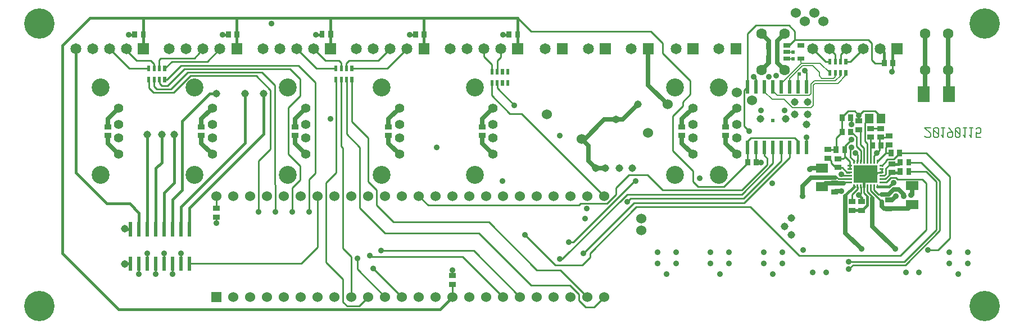
<source format=gbr>
G04 start of page 5 for group 3 idx 3 *
G04 Title: uart, bottom *
G04 Creator: pcb 20140316 *
G04 CreationDate: Wed 16 Jan 2019 07:50:34 AM GMT UTC *
G04 For: brian *
G04 Format: Gerber/RS-274X *
G04 PCB-Dimensions (mil): 9000.00 5000.00 *
G04 PCB-Coordinate-Origin: lower left *
%MOIN*%
%FSLAX25Y25*%
%LNBOTTOM*%
%ADD135C,0.0380*%
%ADD134C,0.0906*%
%ADD133C,0.0354*%
%ADD132C,0.0118*%
%ADD131C,0.1285*%
%ADD130C,0.0433*%
%ADD129C,0.0400*%
%ADD128C,0.0118*%
%ADD127C,0.0350*%
%ADD126C,0.0200*%
%ADD125C,0.0240*%
%ADD124C,0.0450*%
%ADD123C,0.0360*%
%ADD122R,0.0240X0.0240*%
%ADD121R,0.0512X0.0512*%
%ADD120R,0.1004X0.1004*%
%ADD119R,0.0700X0.0700*%
%ADD118R,0.0095X0.0095*%
%ADD117R,0.0528X0.0528*%
%ADD116R,0.0177X0.0177*%
%ADD115R,0.0295X0.0295*%
%ADD114R,0.0200X0.0200*%
%ADD113C,0.0600*%
%ADD112C,0.1063*%
%ADD111C,0.0551*%
%ADD110C,0.0256*%
%ADD109C,0.1800*%
%ADD108C,0.0630*%
%ADD107C,0.0650*%
%ADD106C,0.0001*%
%ADD105C,0.0057*%
%ADD104C,0.0060*%
%ADD103C,0.0150*%
%ADD102C,0.0100*%
%ADD101C,0.0250*%
G54D101*X466500Y307500D02*Y298500D01*
X471000Y294000D02*X466500Y298500D01*
X471000Y294000D02*X476500D01*
X466500Y307500D02*X462500Y311500D01*
X463500Y310500D02*X476000Y323000D01*
X487000D01*
X496000Y332000D01*
X554500Y329780D02*X548000Y323280D01*
Y318559D01*
Y313441D02*Y308720D01*
X554500Y302220D01*
X528500Y329780D02*X522000Y323280D01*
Y318559D01*
Y313441D02*Y308720D01*
G54D102*X516500Y325000D02*X522500Y331000D01*
G54D101*X522000Y308720D02*X528500Y302220D01*
G54D102*X516500Y304500D02*Y325000D01*
G54D101*X410000Y329780D02*X403500Y323280D01*
Y318559D01*
Y313441D02*Y308720D01*
X410000Y302220D01*
X354500Y329780D02*X348000Y323280D01*
Y318559D01*
Y313441D02*Y308720D01*
X354500Y302220D01*
G54D102*X427000Y326500D02*X420000D01*
X326224Y321776D02*X336000Y312000D01*
X323075Y314425D02*X331000Y306500D01*
X319925Y307075D02*X321000Y306000D01*
G54D101*X299000Y329780D02*X292500Y323280D01*
X243500Y329780D02*X237000Y323280D01*
Y318559D01*
Y313441D02*Y308720D01*
X243500Y302220D01*
G54D102*X288500Y330000D02*Y302500D01*
G54D101*X292500Y323280D02*Y318559D01*
Y313441D02*Y308720D01*
X299000Y302220D01*
X188000Y329780D02*X181500Y323280D01*
Y318559D01*
Y313441D02*Y308720D01*
X188000Y302220D01*
G54D103*X210000Y294000D02*X213500Y297500D01*
Y314000D01*
G54D102*X278000Y305500D02*X271000Y298500D01*
X288500Y302500D02*X295500Y295500D01*
G54D101*X658500Y283630D02*Y278500D01*
X658000Y278000D01*
X653500Y277500D02*Y278500D01*
X642000Y270000D02*X656130D01*
X658500Y272370D01*
X649000Y277500D02*X646500Y275000D01*
X653500Y278500D02*X650500Y281500D01*
X647500D01*
X644500Y278500D01*
G54D103*X637890Y283020D02*X645020D01*
X647500Y285500D01*
G54D102*X640448Y285579D02*X643079D01*
X646000Y288500D01*
X640448Y287547D02*X642547D01*
X646500Y291500D01*
X646000Y288500D02*X649000D01*
X650000Y287500D01*
G54D103*X646500Y291441D02*X650882D01*
X651441Y292000D01*
G54D102*X640448Y293453D02*Y291484D01*
X637693D01*
X636709Y290500D01*
X640448Y289516D02*X642016D01*
X643000Y290500D01*
Y294000D01*
X650000Y287500D02*X664500D01*
X673000Y286000D02*X667000Y292000D01*
X656500D01*
X664500Y287500D02*X667000Y285000D01*
X675000Y286500D02*X664000Y297500D01*
X667000Y303000D02*X681000Y289000D01*
X664000Y297500D02*X656559D01*
X675000Y286500D02*Y257000D01*
X673000Y286000D02*Y257500D01*
X681000Y252500D02*Y289000D01*
X667000Y285000D02*Y257500D01*
X675000Y257000D02*X654500Y236500D01*
X668000Y245500D02*X674000D01*
X681000Y252500D01*
X654000Y238500D02*X673000Y257500D01*
X667000D02*X651500Y242000D01*
X635921Y297980D02*Y301421D01*
X633953Y297980D02*Y307488D01*
X633941Y307500D01*
X631984Y297980D02*Y308516D01*
X633941Y307500D02*Y312000D01*
X631984Y308516D02*X630500Y310000D01*
X633941Y312000D02*X633500Y312441D01*
Y317559D02*X639500D01*
X635921Y301421D02*X639059Y304559D01*
Y312000D01*
X639500Y312441D01*
X637890Y297980D02*X637980D01*
X643000Y294000D02*X645500Y296500D01*
X640448Y295421D02*X643000Y297972D01*
Y298500D01*
X644000Y299500D01*
X645500Y296500D02*X646500D01*
G54D103*X650441D01*
X651441Y297500D01*
G54D102*X644000Y299500D02*X647559D01*
X651059Y303000D01*
X667000D01*
X637980Y297980D02*X643000Y303000D01*
X645941D01*
X643000D02*Y306441D01*
X644500Y307941D01*
X639500Y312441D02*X643882D01*
X644500Y313059D01*
X630016Y279484D02*X632000Y277500D01*
G54D103*Y272000D02*Y277000D01*
X628500Y274059D02*Y276500D01*
X627000Y278000D01*
G54D102*X628047Y279047D02*X627000Y278000D01*
G54D103*X628941Y268941D02*X632000Y272000D01*
G54D102*X631984Y280016D02*X635000Y277000D01*
X632000Y277500D02*Y277000D01*
X635921Y281079D02*X638500Y278500D01*
X640500D01*
G54D101*X644500D02*X640500D01*
G54D102*X633953Y280547D02*X640500Y274000D01*
X635000Y277000D02*Y276000D01*
G54D101*Y259500D01*
X640500Y274000D02*Y271500D01*
X642000Y270000D01*
X646500Y275000D02*X644500D01*
G54D103*X623000Y268941D02*X628941D01*
G54D101*X619000Y277500D02*Y255500D01*
X628500Y246000D01*
G54D103*X619000Y277910D02*Y277500D01*
G54D102*X621000Y234000D02*X623500Y236500D01*
G54D101*X635000Y259500D02*X648500Y246000D01*
G54D102*X623500Y236500D02*X654500D01*
X621000Y238500D02*X654000D01*
X651500Y242000D02*X591500D01*
X562500Y271000D01*
G54D101*X593500Y283500D02*Y277500D01*
Y283500D02*X598500Y288500D01*
X613000D01*
G54D102*X614000D02*X613000D01*
G54D101*X605000Y282870D02*X607130Y285000D01*
X618000D01*
X616500Y280500D02*X613059D01*
X612500Y279941D01*
G54D102*X635921Y283020D02*Y281079D01*
X633953Y283020D02*Y280547D01*
X631984Y283020D02*Y280016D01*
X626079Y283020D02*Y281579D01*
X623000Y278500D01*
Y274059D01*
G54D103*X624110Y283020D02*X619000Y277910D01*
G54D102*X630016Y283020D02*Y279484D01*
X628047Y283020D02*Y279047D01*
G54D103*X630016Y283016D02*Y285776D01*
X631000Y286760D01*
G54D102*X621552Y289516D02*X617484D01*
X616500Y290500D01*
X621552Y287547D02*X614953D01*
X621552Y285579D02*X618579D01*
X618000Y285000D01*
X620016Y291484D02*X621552D01*
X614953Y287547D02*X614000Y288500D01*
X617059Y294441D02*X620016Y291484D01*
X613059Y294441D02*X617059D01*
G54D101*X605000Y294130D02*X598630D01*
X598000Y293500D01*
G54D102*X596000Y306500D02*Y312500D01*
X609000Y299941D02*X610500Y298441D01*
Y297000D01*
X613059Y294441D01*
X608500Y305059D02*X613382D01*
X613441Y305000D01*
X614500Y299559D02*X617559D01*
X613441Y312000D02*X616941Y315500D01*
X621552Y293453D02*Y297948D01*
X622000Y300500D02*Y306000D01*
X622500Y306500D01*
X622059Y324000D02*X622500Y323559D01*
Y320000D01*
X621552Y297948D02*X618559Y300941D01*
X617559Y299559D02*X618750Y300750D01*
X624110Y297980D02*Y298390D01*
X622000Y300500D01*
X626079Y301921D02*X625000Y303000D01*
X618559Y300941D02*Y307059D01*
X628047Y304453D02*X625500Y307000D01*
X618559Y307059D02*X622500Y311000D01*
X625500Y307000D02*Y312559D01*
X622559Y315500D01*
X628000Y308000D02*Y315941D01*
X627000Y316941D01*
X626079Y297980D02*Y301921D01*
X628047Y297980D02*Y304453D01*
X630016Y297980D02*Y305984D01*
X616941Y315500D02*Y324441D01*
X620500Y328000D01*
X624500D01*
X627000Y325500D01*
X630016Y305984D02*X628000Y308000D01*
X630500Y310000D02*Y321043D01*
X632957Y323500D01*
X627000Y322059D02*Y325500D01*
X640043Y323500D02*Y324457D01*
X636500Y328000D01*
X629500D01*
X627000Y325500D01*
X613441Y305059D02*Y312000D01*
X591000Y306500D02*Y310000D01*
X589000Y312000D01*
X563000D01*
X561000Y310000D01*
Y305500D01*
Y306500D02*Y297559D01*
X566000Y306500D02*Y297559D01*
X566059Y297500D01*
X559000Y340500D02*Y319000D01*
X562000Y316000D01*
X561000Y297500D02*Y297000D01*
X571000Y306500D02*Y301500D01*
X572500Y300000D01*
Y296000D01*
X576000Y306500D02*Y297000D01*
X581000Y306500D02*Y298500D01*
X586000Y306500D02*Y300500D01*
G54D101*X679890Y374000D02*Y338610D01*
X680500Y338000D01*
X666110Y374000D02*Y338610D01*
X665500Y338000D01*
G54D103*X649500Y365000D02*X647000Y362500D01*
Y356500D01*
X641941D02*Y362559D01*
G54D102*X636500Y356500D02*X641941D01*
G54D103*Y362559D02*X639500Y365000D01*
G54D102*X647000Y356500D02*Y352000D01*
X646500Y351500D01*
X629500Y365000D02*X621846Y357346D01*
X619224D01*
X619500Y365000D02*X616075Y361575D01*
Y357346D01*
X609500Y365000D02*X612925Y361575D01*
X589000Y370500D02*X632500D01*
X634500Y368500D01*
Y358500D01*
X612925Y361575D02*Y357346D01*
X599500Y365000D02*X607154Y357346D01*
X609776D01*
X634500Y358500D02*X636500Y356500D01*
G54D104*X592500Y359200D02*Y357000D01*
X593000Y356500D01*
X593500Y355000D02*X599500D01*
X603500Y351000D01*
X593000Y356500D02*X603929D01*
X609776Y350654D01*
X603500Y351000D02*Y349000D01*
X605000Y347500D01*
X598500Y344000D02*X600500Y346000D01*
X601000Y344500D02*X600000Y343500D01*
X605000Y347500D02*X612000D01*
X612925Y348425D01*
Y350654D01*
X600500Y346000D02*X613000D01*
X614500Y344500D02*X601000D01*
X613000Y346000D02*X616075Y349075D01*
X619224Y349224D02*X614500Y344500D01*
X616075Y349075D02*Y350654D01*
X619224D02*Y349224D01*
G54D101*X502000Y365000D02*Y343500D01*
X513500Y332000D01*
G54D102*X522500Y331000D02*Y333500D01*
X527000Y338000D01*
Y346000D01*
X510500Y362500D01*
Y368500D01*
X503500Y375500D01*
G54D101*X578559Y369669D02*Y356677D01*
X582890Y352346D01*
X573441Y369669D02*Y356677D01*
X569110Y352346D01*
G54D102*X584300Y367000D02*X585500D01*
G54D104*X588000Y363000D02*X584400D01*
X584300Y363100D01*
X588000Y359000D02*X584500D01*
X584300Y359200D01*
G54D102*X561000Y374000D02*Y342500D01*
G54D104*X591000D02*Y349500D01*
X586000Y342500D02*Y347500D01*
X597500Y337500D02*X598500Y338500D01*
Y344000D01*
Y330000D02*X587500D01*
X582500Y335000D01*
X591000Y349500D02*X591500Y350000D01*
X586000Y347500D02*X593500Y355000D01*
X581000Y344500D02*X593000Y356500D01*
G54D102*X596000Y342500D02*Y351000D01*
G54D104*X600000Y343500D02*Y331500D01*
X598500Y330000D01*
G54D102*X596000Y351000D02*X595000Y352000D01*
G54D104*X581000Y342500D02*Y344500D01*
X578500Y337500D02*X597500D01*
X576000Y342500D02*Y340000D01*
X578500Y337500D01*
X582500Y335000D02*X575500D01*
X571000Y339500D01*
Y342500D01*
G54D102*X566000D02*Y347000D01*
X564500Y348500D01*
X561000Y342500D02*X559000Y340500D01*
X585500Y367000D02*X589000Y370500D01*
G54D101*X582890Y374000D02*X578559Y369669D01*
X569110Y374000D02*X573441Y369669D01*
G54D102*X561000Y374000D02*X566000Y379000D01*
X585500D01*
X589000Y375500D01*
Y370500D01*
X503500Y375500D02*X432500D01*
X561000Y297559D02*X560941Y297500D01*
X561000Y297000D02*X547000Y283000D01*
X569000Y297500D02*X566000D01*
X572500Y296000D02*X557500Y281000D01*
X576000Y297000D02*X557500Y278500D01*
X581000Y298500D02*X558500Y276000D01*
X586000Y300500D02*X559000Y273500D01*
X558500Y276000D02*X491500D01*
X557500Y278500D02*X489500D01*
X510500Y281000D02*X534500D01*
X557500D02*X534500D01*
X547000Y283000D02*X531500D01*
X528500Y286000D01*
X559000Y273500D02*X493500D01*
X562500Y271000D02*X495000D01*
X483000Y282500D02*X490500Y290000D01*
X483000Y278500D02*Y282500D01*
X490500Y290000D02*X501500D01*
X510500Y281000D01*
X528500Y286000D02*Y292500D01*
X516500Y304500D01*
X489500Y274000D02*X491500Y276000D01*
X494500Y286500D02*X494000D01*
X463500Y243500D03*
X457500Y250000D02*X455000D01*
X467500Y243500D02*Y241000D01*
X493500Y273500D02*X463500Y243500D01*
X449500Y240000D02*X451000D01*
X495000Y271000D02*X467500Y243500D01*
Y241000D02*X463000Y236500D01*
X447000D01*
X429000Y254500D01*
X494000Y286500D02*X457500Y250000D01*
X451000Y240000D02*X489500Y278500D01*
X461000Y272000D02*X462000Y273000D01*
X477500D01*
X483000Y278500D01*
G54D103*X258000Y365000D02*Y373441D01*
X252941Y373500D02*X249500D01*
X258000D02*Y383500D01*
G54D102*X248000Y365000D02*X240500Y357500D01*
G54D103*X197441Y373500D02*X194000D01*
G54D102*X198500Y358000D02*X207000D01*
X208925Y356075D01*
Y353346D01*
X194154D02*X205776D01*
G54D103*X202500Y373500D02*Y383500D01*
G54D102*X192500Y365000D02*Y364000D01*
X198500Y358000D01*
X182500Y365000D02*X194154Y353346D01*
X215224Y346654D02*X216654D01*
X220500Y339000D02*X230500Y349000D01*
X219000Y341000D02*X229000Y351000D01*
X217000Y343000D02*X227000Y353000D01*
X216654Y346654D02*X225000Y355000D01*
X212075Y344425D02*X213500Y343000D01*
X219378Y357500D02*X215224Y353346D01*
G54D103*X225500Y322000D02*X242000Y338500D01*
X246000D01*
X263000Y309000D02*Y338500D01*
X274000Y314500D02*Y338500D01*
G54D102*X230500Y349000D02*X269500D01*
X229000Y351000D02*X273000D01*
X212075Y346654D02*Y344425D01*
X208925Y346654D02*Y343575D01*
Y343500D02*Y342575D01*
X210500Y341000D01*
X205776Y346654D02*Y341724D01*
X208500Y339000D01*
X213500Y343000D02*X217000D01*
X219000Y341000D02*X210500D01*
X220500Y339000D02*X208500D01*
X212000Y353500D02*Y358500D01*
X213000Y359500D01*
G54D103*X202500Y365000D02*Y373441D01*
G54D102*X238000Y365000D02*X233000Y359500D01*
X213000D01*
X240500Y357500D02*X219378D01*
G54D103*X424500Y365000D02*Y373441D01*
X419441Y373500D02*X416000D01*
X363941D02*X360500D01*
G54D102*X414500Y365000D02*Y360000D01*
X412500Y358000D01*
X404500Y360500D02*X409276Y355724D01*
X412500Y358000D02*Y351000D01*
X409276Y355724D02*Y351346D01*
X422500Y331500D02*X412425Y341575D01*
Y344654D01*
X420000Y326500D02*X409276Y337224D01*
Y344654D01*
X371500Y272000D02*X461000D01*
X476000Y277500D02*X427000Y326500D01*
G54D103*X308441Y373500D02*X305000D01*
G54D102*X303500Y365000D02*X310500Y358000D01*
X318500D01*
X319925Y356575D01*
G54D103*X313500Y365000D02*Y383500D01*
G54D102*X319925Y356575D02*Y353346D01*
X323000Y356500D02*Y353000D01*
X293500Y365000D02*X305154Y353346D01*
X269500Y349000D02*X278000Y340500D01*
X273000Y351000D02*X280500Y343500D01*
X289500Y353000D02*X295500Y347000D01*
X294500Y355000D02*X304500Y345000D01*
X305154Y353346D02*X316776D01*
X347346D02*X326224D01*
X342000Y358000D02*X324500D01*
X323000Y356500D01*
G54D103*X424500Y383500D02*X171000D01*
G54D102*X227000Y353000D02*X289500D01*
X225000Y355000D02*X294500D01*
X341000Y281000D02*X336000Y286000D01*
X326224Y346654D02*Y321776D01*
X323075Y346654D02*Y314425D01*
X295500Y347000D02*Y337000D01*
X288500Y330000D01*
X316776Y346654D02*Y291276D01*
X304500Y345000D02*Y291000D01*
X349000Y365000D02*X342000Y358000D01*
X359000Y365000D02*X347346Y353346D01*
G54D103*X369000Y365000D02*Y383500D01*
X424500Y373500D02*Y383500D01*
G54D102*X432500Y375500D02*X424500Y383500D01*
G54D103*X162500Y365000D02*Y291500D01*
X181000Y273000D01*
X154500Y243500D02*Y367000D01*
X171000Y383500D01*
X205000Y314000D02*Y257750D01*
X210000D02*Y294000D01*
X221000Y285500D02*X215000Y279500D01*
X220000Y257750D02*Y275500D01*
X225500Y281000D01*
X225000Y257750D02*Y271000D01*
X221000Y314000D02*Y285500D01*
X225500Y281000D02*Y322000D01*
X225000Y271000D02*X263000Y309000D01*
X230000Y270500D02*X274000Y314500D01*
G54D102*X246000Y277500D02*Y270059D01*
G54D103*X230000Y257750D02*Y270500D01*
G54D102*X246000Y264941D02*Y261500D01*
X271000Y298500D02*Y268000D01*
G54D103*X181000Y273000D02*X194500D01*
X200000Y267500D01*
Y257750D01*
X195000D02*X191750D01*
X191500Y258000D01*
X215000Y279500D02*Y257500D01*
G54D102*Y237250D02*Y243500D01*
G54D103*X195000Y237250D02*X191750D01*
X191500Y237000D01*
G54D102*X200000Y237250D02*Y231000D01*
X205000Y237250D02*Y243500D01*
X210000Y237250D02*Y231000D01*
X220000Y237250D02*Y231000D01*
X225000Y237250D02*Y243500D01*
G54D103*X188000Y210000D02*X154500Y243500D01*
G54D102*X404500Y365000D02*Y360500D01*
X386000Y217500D02*Y224941D01*
Y230059D02*Y233500D01*
X366000Y277500D02*X371500Y272000D01*
X476000Y217500D02*X470000Y211500D01*
X465000D01*
X461000Y215500D01*
Y219000D01*
X466000Y217500D02*X450000Y233500D01*
X436000D01*
X461000Y219000D02*X455500Y224500D01*
X432500D01*
X436000Y233500D02*X407500Y262000D01*
X432500Y224500D02*X401500Y255500D01*
X426000Y217500D02*X398500Y245000D01*
X416000Y217500D02*X392000Y241500D01*
G54D103*X386000Y217500D02*X378500Y210000D01*
G54D102*X407500Y262000D02*X351000D01*
X401500Y255500D02*X346000D01*
X351000Y262000D02*X341000Y272000D01*
Y281000D01*
X346000Y255500D02*X331000Y270500D01*
X336000Y312000D02*Y286000D01*
X331000Y270500D02*Y306500D01*
X398500Y245000D02*X343500D01*
X392000Y241500D02*X337500D01*
X337000Y242000D01*
X311000Y285500D02*Y238000D01*
X321000Y246500D02*X326000Y241500D01*
G54D103*X378500Y210000D02*X188000D01*
G54D102*X230000Y237250D02*X296250D01*
X306000Y247000D01*
X281000Y284000D02*Y268000D01*
X346000Y217500D02*X329500Y234000D01*
Y240500D01*
X319925Y346654D02*Y307075D01*
X321000Y306000D02*Y246500D01*
X316776Y291276D02*X311000Y285500D01*
X295500Y295500D02*Y287000D01*
X304500Y291000D02*X301000Y287500D01*
X278000Y340500D02*Y305500D01*
X280500Y343500D02*Y284500D01*
X281000Y284000D01*
X295500Y287000D02*X291000Y282500D01*
Y268000D01*
X301000Y287500D02*Y268000D01*
X306000Y247000D02*Y277500D01*
X311000Y238000D02*X321000Y228000D01*
Y214500D01*
X323500Y212000D01*
X326000Y241500D02*Y217500D01*
X323500Y212000D02*X330500D01*
X336000Y217500D01*
X346000D02*X345500D01*
X356000D02*X339000Y234500D01*
G54D105*X666000Y313130D02*X666710Y312420D01*
X668840D01*
X669550Y313130D01*
Y314550D01*
X666000Y318100D02*X669550Y314550D01*
X666000Y318100D02*X669550D01*
X671254Y317390D02*X671964Y318100D01*
X671254Y313130D02*Y317390D01*
Y313130D02*X671964Y312420D01*
X673384D01*
X674094Y313130D01*
Y317390D01*
X673384Y318100D02*X674094Y317390D01*
X671964Y318100D02*X673384D01*
X671254Y316680D02*X674094Y313840D01*
X675798Y313556D02*X676934Y312420D01*
Y318100D01*
X675798D02*X677928D01*
X680342D02*X682472Y315260D01*
Y313130D02*Y315260D01*
X681762Y312420D02*X682472Y313130D01*
X680342Y312420D02*X681762D01*
X679632Y313130D02*X680342Y312420D01*
X679632Y313130D02*Y314550D01*
X680342Y315260D01*
X682472D01*
X684176Y317390D02*X684886Y318100D01*
X684176Y313130D02*Y317390D01*
Y313130D02*X684886Y312420D01*
X686306D01*
X687016Y313130D01*
Y317390D01*
X686306Y318100D02*X687016Y317390D01*
X684886Y318100D02*X686306D01*
X684176Y316680D02*X687016Y313840D01*
X688720Y313556D02*X689856Y312420D01*
Y318100D01*
X688720D02*X690850D01*
X692554Y313556D02*X693690Y312420D01*
Y318100D01*
X692554D02*X694684D01*
X696388Y312420D02*X699228D01*
X696388D02*Y315260D01*
X697098Y314550D01*
X698518D01*
X699228Y315260D01*
Y317390D01*
X698518Y318100D02*X699228Y317390D01*
X697098Y318100D02*X698518D01*
X696388Y317390D02*X697098Y318100D01*
G54D106*G36*
X646250Y368250D02*Y361750D01*
X652750D01*
Y368250D01*
X646250D01*
G37*
G54D107*X639500Y365000D03*
G54D108*X666110Y374000D03*
X679890D03*
X666110Y352346D03*
X679890D03*
G54D107*X629500Y365000D03*
X619500D03*
G54D109*X701500Y380000D03*
G54D110*X631000Y290500D03*
Y286760D03*
Y294240D03*
X636709Y290500D03*
X625291D03*
G54D109*X701500Y212000D03*
G54D107*X609500Y365000D03*
G54D106*G36*
X525250Y368250D02*Y361750D01*
X531750D01*
Y368250D01*
X525250D01*
G37*
G54D107*X518500Y365000D03*
G54D106*G36*
X550750Y368250D02*Y361750D01*
X557250D01*
Y368250D01*
X550750D01*
G37*
G54D107*X544000Y365000D03*
X599500D03*
G54D108*X569110Y374000D03*
X582890D03*
Y352346D03*
X569110D03*
G54D111*X554500Y329780D03*
Y312063D03*
X528500D03*
X554500Y302220D03*
G54D112*X543831Y290134D03*
G54D111*X528500Y302220D03*
G54D112*X517831Y290134D03*
G54D111*X554500Y319937D03*
G54D112*X543831Y341866D03*
G54D111*X528500Y329780D03*
Y319937D03*
G54D112*X517831Y341866D03*
G54D106*G36*
X243000Y220500D02*Y214500D01*
X249000D01*
Y220500D01*
X243000D01*
G37*
G54D113*X256000Y217500D03*
X266000D03*
X276000D03*
X286000D03*
X296000D03*
X306000D03*
X316000D03*
X326000D03*
X336000D03*
X346000D03*
X356000D03*
X366000D03*
X376000D03*
X386000D03*
X396000D03*
X406000D03*
X416000D03*
X406000Y277500D03*
X396000D03*
X386000D03*
X376000D03*
X366000D03*
X356000D03*
X346000D03*
X336000D03*
X326000D03*
X316000D03*
X306000D03*
X296000D03*
X286000D03*
X276000D03*
X266000D03*
X256000D03*
X246000D03*
X426000Y217500D03*
X436000D03*
X446000D03*
X456000D03*
X466000D03*
X476000D03*
Y277500D03*
X466000D03*
X456000D03*
X446000D03*
X436000D03*
X426000D03*
X416000D03*
G54D111*X410000Y329780D03*
G54D112*X399331Y341866D03*
G54D111*X410000Y319937D03*
Y312063D03*
Y302220D03*
G54D112*X399331Y290134D03*
G54D106*G36*
X447750Y368250D02*Y361750D01*
X454250D01*
Y368250D01*
X447750D01*
G37*
G54D107*X441000Y365000D03*
G54D106*G36*
X421250Y368250D02*Y361750D01*
X427750D01*
Y368250D01*
X421250D01*
G37*
G54D107*X414500Y365000D03*
G54D106*G36*
X473250Y368250D02*Y361750D01*
X479750D01*
Y368250D01*
X473250D01*
G37*
G54D107*X466500Y365000D03*
G54D106*G36*
X498750Y368250D02*Y361750D01*
X505250D01*
Y368250D01*
X498750D01*
G37*
G54D107*X492000Y365000D03*
X404500D03*
X394500D03*
X384500D03*
G54D106*G36*
X365750Y368250D02*Y361750D01*
X372250D01*
Y368250D01*
X365750D01*
G37*
G54D107*X359000Y365000D03*
X349000D03*
X339000D03*
X329000D03*
G54D111*X354500Y329780D03*
G54D112*X343831Y341866D03*
G54D106*G36*
X310250Y368250D02*Y361750D01*
X316750D01*
Y368250D01*
X310250D01*
G37*
G54D107*X303500Y365000D03*
X293500D03*
X283500D03*
X273500D03*
G54D106*G36*
X254750Y368250D02*Y361750D01*
X261250D01*
Y368250D01*
X254750D01*
G37*
G54D107*X248000Y365000D03*
X238000D03*
X228000D03*
X218000D03*
G54D106*G36*
X199250Y368250D02*Y361750D01*
X205750D01*
Y368250D01*
X199250D01*
G37*
G54D107*X192500Y365000D03*
X182500D03*
X172500D03*
X162500D03*
G54D109*X141000Y380000D03*
G54D111*X354500Y319937D03*
X299000D03*
Y312063D03*
Y302220D03*
G54D112*X288331Y290134D03*
G54D111*X354500Y312063D03*
Y302220D03*
G54D112*X343831Y290134D03*
G54D111*X299000Y329780D03*
G54D112*X288331Y341866D03*
G54D111*X243500Y329780D03*
Y319937D03*
Y312063D03*
Y302220D03*
X188000D03*
G54D112*X232831Y341866D03*
G54D111*X188000Y329780D03*
Y319937D03*
Y312063D03*
G54D112*X177331Y341866D03*
X232831Y290134D03*
X177331D03*
G54D109*X141000Y212000D03*
G54D114*X596000Y309500D02*Y303500D01*
X591000Y309500D02*Y303500D01*
X586000Y309500D02*Y303500D01*
X581000Y309500D02*Y303500D01*
X576000Y309500D02*Y303500D01*
X571000Y309500D02*Y303500D01*
X566000Y309500D02*Y303500D01*
G54D115*X560941Y297992D02*Y297008D01*
X566059Y297992D02*Y297008D01*
G54D114*X561000Y309500D02*Y303500D01*
G54D115*X521508Y313441D02*X522492D01*
X547508D02*X548492D01*
X424559Y373992D02*Y373008D01*
X419441Y373992D02*Y373008D01*
G54D116*X409276Y345539D02*Y343768D01*
Y352232D02*Y350461D01*
X412425Y352232D02*Y350461D01*
X415575Y352232D02*Y350461D01*
X418724Y352232D02*Y350461D01*
X412425Y345539D02*Y343768D01*
X415575Y345539D02*Y343768D01*
X418724Y345539D02*Y343768D01*
G54D115*X403008Y318559D02*X403992D01*
X521508D02*X522492D01*
X547508D02*X548492D01*
X369059Y373992D02*Y373008D01*
X363941Y373992D02*Y373008D01*
G54D116*X205776Y347539D02*Y345768D01*
Y354232D02*Y352461D01*
X208925Y347539D02*Y345768D01*
Y354232D02*Y352461D01*
X212075Y347539D02*Y345768D01*
Y354232D02*Y352461D01*
X215224Y347539D02*Y345768D01*
Y354232D02*Y352461D01*
G54D115*X202559Y373992D02*Y373008D01*
X197441Y373992D02*Y373008D01*
X403008Y313441D02*X403992D01*
X347508D02*X348492D01*
X292008D02*X292992D01*
X236508D02*X237492D01*
X347508Y318559D02*X348492D01*
X292008D02*X292992D01*
X236508D02*X237492D01*
X181008D02*X181992D01*
X181008Y313441D02*X181992D01*
G54D116*X316776Y354232D02*Y352461D01*
X319925Y354232D02*Y352461D01*
X323075Y354232D02*Y352461D01*
X326224Y347539D02*Y345768D01*
Y354232D02*Y352461D01*
X316776Y347539D02*Y345768D01*
X319925Y347539D02*Y345768D01*
X323075Y347539D02*Y345768D01*
G54D115*X313659Y374092D02*Y373108D01*
X308541Y374092D02*Y373108D01*
X258059Y373992D02*Y373008D01*
X252941Y373992D02*Y373008D01*
X245508Y270059D02*X246492D01*
X245508Y264941D02*X246492D01*
X385508Y224941D02*X386492D01*
X385508Y230059D02*X386492D01*
G54D114*X230000Y240500D02*Y234000D01*
X225000Y240500D02*Y234000D01*
X220000Y240500D02*Y234000D01*
X215000Y240500D02*Y234000D01*
X210000Y240500D02*Y234000D01*
X205000Y240500D02*Y234000D01*
X200000Y240500D02*Y234000D01*
X195000Y240500D02*Y234000D01*
Y261000D02*Y254500D01*
X200000Y261000D02*Y254500D01*
X205000Y261000D02*Y254500D01*
X210000Y261000D02*Y254500D01*
X215000Y261000D02*Y254500D01*
X220000Y261000D02*Y254500D01*
X225000Y261000D02*Y254500D01*
X230000Y261000D02*Y254500D01*
G54D117*X657594Y272370D02*X659406D01*
G54D115*X644008Y269941D02*X644992D01*
X644008Y275059D02*X644992D01*
X622508Y274059D02*X623492D01*
X622508Y268941D02*X623492D01*
X628008Y274059D02*X628992D01*
X628008Y268941D02*X628992D01*
X614008Y299559D02*X614992D01*
X614008Y294441D02*X614992D01*
X608008Y299941D02*X608992D01*
X608008Y305059D02*X608992D01*
X613441Y305492D02*Y304508D01*
X616941Y315992D02*Y315008D01*
G54D117*X604094Y294130D02*X605906D01*
G54D115*X622059Y315992D02*Y315008D01*
X616941Y324492D02*Y323508D01*
X622059Y324492D02*Y323508D01*
X612008Y285059D02*X612992D01*
G54D117*X604094Y282870D02*X605906D01*
G54D115*X612008Y279941D02*X612992D01*
X618559Y305492D02*Y304508D01*
G54D118*X624110Y298688D02*Y297272D01*
Y283728D02*Y282312D01*
X620843Y285579D02*X622260D01*
X620843Y287547D02*X622260D01*
X620843Y289516D02*X622260D01*
X620843Y291484D02*X622260D01*
X620843Y293453D02*X622260D01*
X620843Y295421D02*X622260D01*
G54D115*X651059Y303492D02*Y302508D01*
X646008Y296559D02*X646992D01*
G54D119*X665500Y339300D02*Y336700D01*
X680500Y339300D02*Y336700D01*
G54D115*X641941Y356992D02*Y356008D01*
X647059Y356992D02*Y356008D01*
G54D118*X626079Y298688D02*Y297272D01*
X628047Y298688D02*Y297272D01*
X630016Y298688D02*Y297272D01*
X631984Y298688D02*Y297272D01*
X633953Y298688D02*Y297272D01*
X635921Y298688D02*Y297272D01*
X637890Y298688D02*Y297272D01*
X639740Y295421D02*X641157D01*
X639740Y293453D02*X641157D01*
X639740Y291484D02*X641157D01*
X639740Y289516D02*X641157D01*
X639740Y287547D02*X641157D01*
X639740Y285579D02*X641157D01*
X637890Y283728D02*Y282312D01*
X635921Y283728D02*Y282312D01*
X633953Y283728D02*Y282312D01*
X631984Y283728D02*Y282312D01*
X630016Y283728D02*Y282312D01*
X628047Y283728D02*Y282312D01*
X626079Y283728D02*Y282312D01*
G54D120*X629032Y290500D02*X632969D01*
G54D117*X657594Y283630D02*X659406D01*
G54D115*X651441Y297992D02*Y297008D01*
X656559Y297992D02*Y297008D01*
X651441Y292492D02*Y291508D01*
X656559Y292492D02*Y291508D01*
X646008Y291441D02*X646992D01*
G54D121*X640043Y323893D02*Y323107D01*
X632957Y323893D02*Y323107D01*
G54D115*X634941Y307992D02*Y307008D01*
X633508Y312441D02*X634492D01*
X633508Y317559D02*X634492D01*
X626508Y322059D02*X627492D01*
X626508Y316941D02*X627492D01*
X645941Y303492D02*Y302508D01*
X644508Y307941D02*X645492D01*
X644508Y313059D02*X645492D01*
X640059Y307992D02*Y307008D01*
X639508Y317559D02*X640492D01*
X639508Y312441D02*X640492D01*
G54D122*X591700Y367000D02*X593300D01*
X591700Y359200D02*X593300D01*
X583500D02*X585100D01*
X583500Y363100D02*X585100D01*
X583500Y367000D02*X585100D01*
G54D115*X573441Y366992D02*Y366008D01*
X578559Y366992D02*Y366008D01*
X573441Y359492D02*Y358508D01*
X578559Y359492D02*Y358508D01*
G54D114*X586000Y345500D02*Y339500D01*
X591000Y345500D02*Y339500D01*
X596000Y345500D02*Y339500D01*
G54D116*X619224Y358232D02*Y356461D01*
Y351539D02*Y349768D01*
X616075Y358232D02*Y356461D01*
Y351539D02*Y349768D01*
X612925Y358232D02*Y356461D01*
X609776Y358232D02*Y356461D01*
X612925Y351539D02*Y349768D01*
X609776Y351539D02*Y349768D01*
G54D114*X561000Y345500D02*Y339500D01*
X566000Y345500D02*Y339500D01*
X571000Y345500D02*Y339500D01*
X576000Y345500D02*Y339500D01*
X581000Y345500D02*Y339500D01*
G54D123*X628500Y246000D03*
X653500Y277500D03*
X648500Y246000D03*
X658000Y278000D03*
X649000Y277500D03*
X668000Y245500D03*
X680500Y244000D03*
Y237500D03*
X662500Y232000D03*
X655000D03*
X599500D03*
X607500D03*
X691500Y237500D03*
Y244000D03*
X686000Y231000D03*
X598000Y293500D03*
X569000Y297500D03*
X575500Y285000D03*
X621000Y234000D03*
Y238500D03*
X594000Y245500D03*
G54D124*X587000Y264500D03*
Y254500D03*
X583000Y259500D03*
G54D123*X562000Y316000D03*
X532500Y288000D03*
X593500Y277500D03*
X627000Y278000D03*
X616500Y280500D03*
Y290500D03*
X625000Y303000D03*
X622500Y306500D03*
X647500Y285500D03*
X637500Y303000D03*
X622500Y311000D03*
Y320000D03*
X627000Y325500D03*
G54D124*X596000Y320000D03*
G54D123*Y312500D03*
X570500Y244000D03*
X581500Y237500D03*
Y244000D03*
X576000Y231000D03*
X570500Y237500D03*
X539000Y244000D03*
Y237500D03*
X518500D03*
Y244000D03*
X513000Y231000D03*
X507500Y237500D03*
X550000D03*
X544500Y231000D03*
X550000Y244000D03*
X507500D03*
X449500Y313500D03*
G54D113*X462500Y311500D03*
X442000Y326000D03*
G54D124*X496000Y332000D03*
X246000Y338500D03*
X274000D03*
X263000D03*
G54D123*X422500Y331500D03*
X416000Y373500D03*
X313500Y323500D03*
G54D113*X513500Y332000D03*
G54D123*X569000Y328500D03*
G54D125*X576000Y322500D03*
G54D124*X568500Y323500D03*
G54D113*X563500Y334500D03*
X554500Y339000D03*
G54D123*X583000Y328500D03*
G54D124*X583500Y323500D03*
X596500Y333500D03*
X589000D03*
Y326000D03*
X596500D03*
G54D123*X573500Y348500D03*
X564500D03*
X578000Y349000D03*
G54D125*X591500Y350000D03*
G54D123*X646500Y351500D03*
X595000Y352000D03*
G54D125*X588000Y363000D03*
Y359000D03*
G54D113*X606000Y381500D03*
X600500Y386500D03*
X595000Y381500D03*
X589500Y386500D03*
G54D123*X360500Y373500D03*
X305000D03*
X249500D03*
X194000D03*
X278500Y380000D03*
X271000Y268000D03*
X281000D03*
X291000D03*
X301000D03*
G54D124*X492500Y294000D03*
X485000D03*
X476500D03*
X471000D03*
G54D123*X494500Y286500D03*
X415500D03*
G54D124*X483000Y323000D03*
G54D113*X502000Y315000D03*
X498000Y257000D03*
G54D123*X246000Y261500D03*
X429000Y254500D03*
G54D113*X498000Y264000D03*
G54D123*X463500Y243500D03*
X489500Y274000D03*
X464500Y264000D03*
X465500Y270000D03*
X449500Y240000D03*
X455000Y250000D03*
G54D124*X191500Y258000D03*
Y237000D03*
X205000Y314000D03*
X213500D03*
X221000D03*
G54D123*X386000Y233500D03*
X376500Y306500D03*
X225000Y243500D03*
X215000D03*
X205000D03*
X220000Y231000D03*
X210000D03*
X200000D03*
X329500Y240500D03*
X339000Y234500D03*
X337000Y242000D03*
X343500Y245000D03*
G54D126*G54D101*G54D126*G54D101*G54D126*G54D127*G54D101*G54D126*G54D127*G54D126*G54D128*G54D101*G54D127*G54D126*G54D101*G54D126*G54D128*G54D126*G54D128*G54D127*G54D126*G54D101*G54D126*G54D101*G54D127*G54D126*G54D127*G54D126*G54D101*G54D126*G54D129*G54D130*G54D129*G54D131*G54D132*G54D131*G54D129*G54D130*G54D133*G54D134*G54D133*G54D134*G54D133*G54D134*G54D133*G54D134*G54D135*G54D133*G54D134*G54D133*G54D134*G54D129*G54D133*G54D134*G54D129*G54D131*G54D133*G54D134*G54D133*G54D134*G54D133*G54D134*G54D133*G54D134*G54D133*G54D134*G54D131*M02*

</source>
